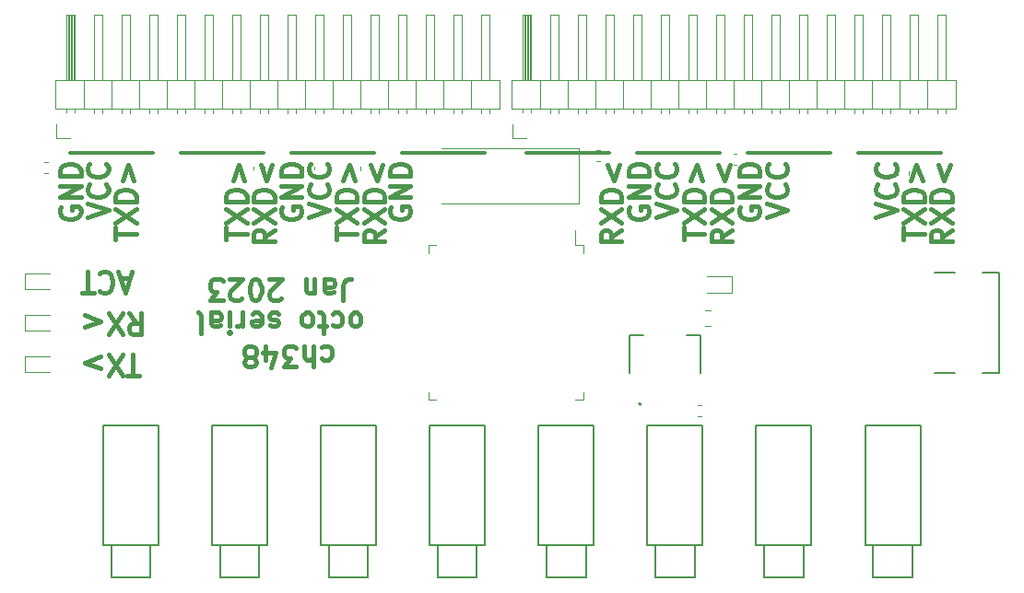
<source format=gto>
G04 #@! TF.GenerationSoftware,KiCad,Pcbnew,6.0.10-86aedd382b~118~ubuntu22.04.1*
G04 #@! TF.CreationDate,2023-01-22T16:27:42-08:00*
G04 #@! TF.ProjectId,ch348_octo_serial_minim,63683334-385f-46f6-9374-6f5f73657269,rev?*
G04 #@! TF.SameCoordinates,Original*
G04 #@! TF.FileFunction,Legend,Top*
G04 #@! TF.FilePolarity,Positive*
%FSLAX46Y46*%
G04 Gerber Fmt 4.6, Leading zero omitted, Abs format (unit mm)*
G04 Created by KiCad (PCBNEW 6.0.10-86aedd382b~118~ubuntu22.04.1) date 2023-01-22 16:27:42*
%MOMM*%
%LPD*%
G01*
G04 APERTURE LIST*
%ADD10C,0.300000*%
%ADD11C,0.400000*%
%ADD12C,0.120000*%
%ADD13C,0.127000*%
%ADD14C,0.200000*%
%ADD15C,0.150000*%
G04 APERTURE END LIST*
D10*
X135255000Y-68200000D02*
X142875000Y-68200000D01*
X93345000Y-68200000D02*
X100965000Y-68200000D01*
X103505000Y-68200000D02*
X111125000Y-68200000D01*
X73025000Y-68200000D02*
X80645000Y-68200000D01*
X145415000Y-68200000D02*
X153035000Y-68200000D01*
X83185000Y-68200000D02*
X90805000Y-68200000D01*
X114935000Y-68200000D02*
X122555000Y-68200000D01*
X125095000Y-68200000D02*
X132715000Y-68200000D01*
D11*
X97463273Y-76188571D02*
X97463273Y-75102857D01*
X99363273Y-75645714D02*
X97463273Y-75645714D01*
X97463273Y-74650476D02*
X99363273Y-73383809D01*
X97463273Y-73383809D02*
X99363273Y-74650476D01*
X99363273Y-72660000D02*
X97463273Y-72660000D01*
X97463273Y-72207619D01*
X97553750Y-71936190D01*
X97734702Y-71755238D01*
X97915654Y-71664761D01*
X98277559Y-71574285D01*
X98548988Y-71574285D01*
X98910892Y-71664761D01*
X99091845Y-71755238D01*
X99272797Y-71936190D01*
X99363273Y-72207619D01*
X99363273Y-72660000D01*
X98096607Y-70760000D02*
X98639464Y-69312380D01*
X99182321Y-70760000D01*
X78534285Y-79693333D02*
X77629523Y-79693333D01*
X78715238Y-79150476D02*
X78081904Y-81050476D01*
X77448571Y-79150476D01*
X75729523Y-79331428D02*
X75820000Y-79240952D01*
X76091428Y-79150476D01*
X76272380Y-79150476D01*
X76543809Y-79240952D01*
X76724761Y-79421904D01*
X76815238Y-79602857D01*
X76905714Y-79964761D01*
X76905714Y-80236190D01*
X76815238Y-80598095D01*
X76724761Y-80779047D01*
X76543809Y-80960000D01*
X76272380Y-81050476D01*
X76091428Y-81050476D01*
X75820000Y-80960000D01*
X75729523Y-80869523D01*
X75186666Y-81050476D02*
X74100952Y-81050476D01*
X74643809Y-79150476D02*
X74643809Y-81050476D01*
X136992023Y-74107619D02*
X138892023Y-73474285D01*
X136992023Y-72840952D01*
X138711071Y-71121904D02*
X138801547Y-71212380D01*
X138892023Y-71483809D01*
X138892023Y-71664761D01*
X138801547Y-71936190D01*
X138620595Y-72117142D01*
X138439642Y-72207619D01*
X138077738Y-72298095D01*
X137806309Y-72298095D01*
X137444404Y-72207619D01*
X137263452Y-72117142D01*
X137082500Y-71936190D01*
X136992023Y-71664761D01*
X136992023Y-71483809D01*
X137082500Y-71212380D01*
X137172976Y-71121904D01*
X138711071Y-69221904D02*
X138801547Y-69312380D01*
X138892023Y-69583809D01*
X138892023Y-69764761D01*
X138801547Y-70036190D01*
X138620595Y-70217142D01*
X138439642Y-70307619D01*
X138077738Y-70398095D01*
X137806309Y-70398095D01*
X137444404Y-70307619D01*
X137263452Y-70217142D01*
X137082500Y-70036190D01*
X136992023Y-69764761D01*
X136992023Y-69583809D01*
X137082500Y-69312380D01*
X137172976Y-69221904D01*
X96145238Y-86039952D02*
X96326190Y-85949476D01*
X96688095Y-85949476D01*
X96869047Y-86039952D01*
X96959523Y-86130428D01*
X97050000Y-86311380D01*
X97050000Y-86854238D01*
X96959523Y-87035190D01*
X96869047Y-87125666D01*
X96688095Y-87216142D01*
X96326190Y-87216142D01*
X96145238Y-87125666D01*
X95330952Y-85949476D02*
X95330952Y-87849476D01*
X94516666Y-85949476D02*
X94516666Y-86944714D01*
X94607142Y-87125666D01*
X94788095Y-87216142D01*
X95059523Y-87216142D01*
X95240476Y-87125666D01*
X95330952Y-87035190D01*
X93792857Y-87849476D02*
X92616666Y-87849476D01*
X93250000Y-87125666D01*
X92978571Y-87125666D01*
X92797619Y-87035190D01*
X92707142Y-86944714D01*
X92616666Y-86763761D01*
X92616666Y-86311380D01*
X92707142Y-86130428D01*
X92797619Y-86039952D01*
X92978571Y-85949476D01*
X93521428Y-85949476D01*
X93702380Y-86039952D01*
X93792857Y-86130428D01*
X90988095Y-87216142D02*
X90988095Y-85949476D01*
X91440476Y-87939952D02*
X91892857Y-86582809D01*
X90716666Y-86582809D01*
X89721428Y-87035190D02*
X89902380Y-87125666D01*
X89992857Y-87216142D01*
X90083333Y-87397095D01*
X90083333Y-87487571D01*
X89992857Y-87668523D01*
X89902380Y-87759000D01*
X89721428Y-87849476D01*
X89359523Y-87849476D01*
X89178571Y-87759000D01*
X89088095Y-87668523D01*
X88997619Y-87487571D01*
X88997619Y-87397095D01*
X89088095Y-87216142D01*
X89178571Y-87125666D01*
X89359523Y-87035190D01*
X89721428Y-87035190D01*
X89902380Y-86944714D01*
X89992857Y-86854238D01*
X90083333Y-86673285D01*
X90083333Y-86311380D01*
X89992857Y-86130428D01*
X89902380Y-86039952D01*
X89721428Y-85949476D01*
X89359523Y-85949476D01*
X89178571Y-86039952D01*
X89088095Y-86130428D01*
X88997619Y-86311380D01*
X88997619Y-86673285D01*
X89088095Y-86854238D01*
X89178571Y-86944714D01*
X89359523Y-87035190D01*
X99357142Y-82890476D02*
X99538095Y-82980952D01*
X99628571Y-83071428D01*
X99719047Y-83252380D01*
X99719047Y-83795238D01*
X99628571Y-83976190D01*
X99538095Y-84066666D01*
X99357142Y-84157142D01*
X99085714Y-84157142D01*
X98904761Y-84066666D01*
X98814285Y-83976190D01*
X98723809Y-83795238D01*
X98723809Y-83252380D01*
X98814285Y-83071428D01*
X98904761Y-82980952D01*
X99085714Y-82890476D01*
X99357142Y-82890476D01*
X97095238Y-82980952D02*
X97276190Y-82890476D01*
X97638095Y-82890476D01*
X97819047Y-82980952D01*
X97909523Y-83071428D01*
X98000000Y-83252380D01*
X98000000Y-83795238D01*
X97909523Y-83976190D01*
X97819047Y-84066666D01*
X97638095Y-84157142D01*
X97276190Y-84157142D01*
X97095238Y-84066666D01*
X96552380Y-84157142D02*
X95828571Y-84157142D01*
X96280952Y-84790476D02*
X96280952Y-83161904D01*
X96190476Y-82980952D01*
X96009523Y-82890476D01*
X95828571Y-82890476D01*
X94923809Y-82890476D02*
X95104761Y-82980952D01*
X95195238Y-83071428D01*
X95285714Y-83252380D01*
X95285714Y-83795238D01*
X95195238Y-83976190D01*
X95104761Y-84066666D01*
X94923809Y-84157142D01*
X94652380Y-84157142D01*
X94471428Y-84066666D01*
X94380952Y-83976190D01*
X94290476Y-83795238D01*
X94290476Y-83252380D01*
X94380952Y-83071428D01*
X94471428Y-82980952D01*
X94652380Y-82890476D01*
X94923809Y-82890476D01*
X92119047Y-82980952D02*
X91938095Y-82890476D01*
X91576190Y-82890476D01*
X91395238Y-82980952D01*
X91304761Y-83161904D01*
X91304761Y-83252380D01*
X91395238Y-83433333D01*
X91576190Y-83523809D01*
X91847619Y-83523809D01*
X92028571Y-83614285D01*
X92119047Y-83795238D01*
X92119047Y-83885714D01*
X92028571Y-84066666D01*
X91847619Y-84157142D01*
X91576190Y-84157142D01*
X91395238Y-84066666D01*
X89766666Y-82980952D02*
X89947619Y-82890476D01*
X90309523Y-82890476D01*
X90490476Y-82980952D01*
X90580952Y-83161904D01*
X90580952Y-83885714D01*
X90490476Y-84066666D01*
X90309523Y-84157142D01*
X89947619Y-84157142D01*
X89766666Y-84066666D01*
X89676190Y-83885714D01*
X89676190Y-83704761D01*
X90580952Y-83523809D01*
X88861904Y-82890476D02*
X88861904Y-84157142D01*
X88861904Y-83795238D02*
X88771428Y-83976190D01*
X88680952Y-84066666D01*
X88500000Y-84157142D01*
X88319047Y-84157142D01*
X87685714Y-82890476D02*
X87685714Y-84157142D01*
X87685714Y-84790476D02*
X87776190Y-84700000D01*
X87685714Y-84609523D01*
X87595238Y-84700000D01*
X87685714Y-84790476D01*
X87685714Y-84609523D01*
X85966666Y-82890476D02*
X85966666Y-83885714D01*
X86057142Y-84066666D01*
X86238095Y-84157142D01*
X86600000Y-84157142D01*
X86780952Y-84066666D01*
X85966666Y-82980952D02*
X86147619Y-82890476D01*
X86600000Y-82890476D01*
X86780952Y-82980952D01*
X86871428Y-83161904D01*
X86871428Y-83342857D01*
X86780952Y-83523809D01*
X86600000Y-83614285D01*
X86147619Y-83614285D01*
X85966666Y-83704761D01*
X84790476Y-82890476D02*
X84971428Y-82980952D01*
X85061904Y-83161904D01*
X85061904Y-84790476D01*
X98090476Y-81731476D02*
X98090476Y-80374333D01*
X98180952Y-80102904D01*
X98361904Y-79921952D01*
X98633333Y-79831476D01*
X98814285Y-79831476D01*
X96371428Y-79831476D02*
X96371428Y-80826714D01*
X96461904Y-81007666D01*
X96642857Y-81098142D01*
X97004761Y-81098142D01*
X97185714Y-81007666D01*
X96371428Y-79921952D02*
X96552380Y-79831476D01*
X97004761Y-79831476D01*
X97185714Y-79921952D01*
X97276190Y-80102904D01*
X97276190Y-80283857D01*
X97185714Y-80464809D01*
X97004761Y-80555285D01*
X96552380Y-80555285D01*
X96371428Y-80645761D01*
X95466666Y-81098142D02*
X95466666Y-79831476D01*
X95466666Y-80917190D02*
X95376190Y-81007666D01*
X95195238Y-81098142D01*
X94923809Y-81098142D01*
X94742857Y-81007666D01*
X94652380Y-80826714D01*
X94652380Y-79831476D01*
X92390476Y-81550523D02*
X92300000Y-81641000D01*
X92119047Y-81731476D01*
X91666666Y-81731476D01*
X91485714Y-81641000D01*
X91395238Y-81550523D01*
X91304761Y-81369571D01*
X91304761Y-81188619D01*
X91395238Y-80917190D01*
X92480952Y-79831476D01*
X91304761Y-79831476D01*
X90128571Y-81731476D02*
X89947619Y-81731476D01*
X89766666Y-81641000D01*
X89676190Y-81550523D01*
X89585714Y-81369571D01*
X89495238Y-81007666D01*
X89495238Y-80555285D01*
X89585714Y-80193380D01*
X89676190Y-80012428D01*
X89766666Y-79921952D01*
X89947619Y-79831476D01*
X90128571Y-79831476D01*
X90309523Y-79921952D01*
X90400000Y-80012428D01*
X90490476Y-80193380D01*
X90580952Y-80555285D01*
X90580952Y-81007666D01*
X90490476Y-81369571D01*
X90400000Y-81550523D01*
X90309523Y-81641000D01*
X90128571Y-81731476D01*
X88771428Y-81550523D02*
X88680952Y-81641000D01*
X88500000Y-81731476D01*
X88047619Y-81731476D01*
X87866666Y-81641000D01*
X87776190Y-81550523D01*
X87685714Y-81369571D01*
X87685714Y-81188619D01*
X87776190Y-80917190D01*
X88861904Y-79831476D01*
X87685714Y-79831476D01*
X87052380Y-81731476D02*
X85876190Y-81731476D01*
X86509523Y-81007666D01*
X86238095Y-81007666D01*
X86057142Y-80917190D01*
X85966666Y-80826714D01*
X85876190Y-80645761D01*
X85876190Y-80193380D01*
X85966666Y-80012428D01*
X86057142Y-79921952D01*
X86238095Y-79831476D01*
X86780952Y-79831476D01*
X86961904Y-79921952D01*
X87052380Y-80012428D01*
X77163273Y-76188571D02*
X77163273Y-75102857D01*
X79063273Y-75645714D02*
X77163273Y-75645714D01*
X77163273Y-74650476D02*
X79063273Y-73383809D01*
X77163273Y-73383809D02*
X79063273Y-74650476D01*
X79063273Y-72660000D02*
X77163273Y-72660000D01*
X77163273Y-72207619D01*
X77253750Y-71936190D01*
X77434702Y-71755238D01*
X77615654Y-71664761D01*
X77977559Y-71574285D01*
X78248988Y-71574285D01*
X78610892Y-71664761D01*
X78791845Y-71755238D01*
X78972797Y-71936190D01*
X79063273Y-72207619D01*
X79063273Y-72660000D01*
X77796607Y-70760000D02*
X78339464Y-69312380D01*
X78882321Y-70760000D01*
X124382500Y-73202857D02*
X124292023Y-73383809D01*
X124292023Y-73655238D01*
X124382500Y-73926666D01*
X124563452Y-74107619D01*
X124744404Y-74198095D01*
X125106309Y-74288571D01*
X125377738Y-74288571D01*
X125739642Y-74198095D01*
X125920595Y-74107619D01*
X126101547Y-73926666D01*
X126192023Y-73655238D01*
X126192023Y-73474285D01*
X126101547Y-73202857D01*
X126011071Y-73112380D01*
X125377738Y-73112380D01*
X125377738Y-73474285D01*
X126192023Y-72298095D02*
X124292023Y-72298095D01*
X126192023Y-71212380D01*
X124292023Y-71212380D01*
X126192023Y-70307619D02*
X124292023Y-70307619D01*
X124292023Y-69855238D01*
X124382500Y-69583809D01*
X124563452Y-69402857D01*
X124744404Y-69312380D01*
X125106309Y-69221904D01*
X125377738Y-69221904D01*
X125739642Y-69312380D01*
X125920595Y-69402857D01*
X126101547Y-69583809D01*
X126192023Y-69855238D01*
X126192023Y-70307619D01*
X72173750Y-73202857D02*
X72083273Y-73383809D01*
X72083273Y-73655238D01*
X72173750Y-73926666D01*
X72354702Y-74107619D01*
X72535654Y-74198095D01*
X72897559Y-74288571D01*
X73168988Y-74288571D01*
X73530892Y-74198095D01*
X73711845Y-74107619D01*
X73892797Y-73926666D01*
X73983273Y-73655238D01*
X73983273Y-73474285D01*
X73892797Y-73202857D01*
X73802321Y-73112380D01*
X73168988Y-73112380D01*
X73168988Y-73474285D01*
X73983273Y-72298095D02*
X72083273Y-72298095D01*
X73983273Y-71212380D01*
X72083273Y-71212380D01*
X73983273Y-70307619D02*
X72083273Y-70307619D01*
X72083273Y-69855238D01*
X72173750Y-69583809D01*
X72354702Y-69402857D01*
X72535654Y-69312380D01*
X72897559Y-69221904D01*
X73168988Y-69221904D01*
X73530892Y-69312380D01*
X73711845Y-69402857D01*
X73892797Y-69583809D01*
X73983273Y-69855238D01*
X73983273Y-70307619D01*
X94923273Y-74107619D02*
X96823273Y-73474285D01*
X94923273Y-72840952D01*
X96642321Y-71121904D02*
X96732797Y-71212380D01*
X96823273Y-71483809D01*
X96823273Y-71664761D01*
X96732797Y-71936190D01*
X96551845Y-72117142D01*
X96370892Y-72207619D01*
X96008988Y-72298095D01*
X95737559Y-72298095D01*
X95375654Y-72207619D01*
X95194702Y-72117142D01*
X95013750Y-71936190D01*
X94923273Y-71664761D01*
X94923273Y-71483809D01*
X95013750Y-71212380D01*
X95104226Y-71121904D01*
X96642321Y-69221904D02*
X96732797Y-69312380D01*
X96823273Y-69583809D01*
X96823273Y-69764761D01*
X96732797Y-70036190D01*
X96551845Y-70217142D01*
X96370892Y-70307619D01*
X96008988Y-70398095D01*
X95737559Y-70398095D01*
X95375654Y-70307619D01*
X95194702Y-70217142D01*
X95013750Y-70036190D01*
X94923273Y-69764761D01*
X94923273Y-69583809D01*
X95013750Y-69312380D01*
X95104226Y-69221904D01*
X74623273Y-74107619D02*
X76523273Y-73474285D01*
X74623273Y-72840952D01*
X76342321Y-71121904D02*
X76432797Y-71212380D01*
X76523273Y-71483809D01*
X76523273Y-71664761D01*
X76432797Y-71936190D01*
X76251845Y-72117142D01*
X76070892Y-72207619D01*
X75708988Y-72298095D01*
X75437559Y-72298095D01*
X75075654Y-72207619D01*
X74894702Y-72117142D01*
X74713750Y-71936190D01*
X74623273Y-71664761D01*
X74623273Y-71483809D01*
X74713750Y-71212380D01*
X74804226Y-71121904D01*
X76342321Y-69221904D02*
X76432797Y-69312380D01*
X76523273Y-69583809D01*
X76523273Y-69764761D01*
X76432797Y-70036190D01*
X76251845Y-70217142D01*
X76070892Y-70307619D01*
X75708988Y-70398095D01*
X75437559Y-70398095D01*
X75075654Y-70307619D01*
X74894702Y-70217142D01*
X74713750Y-70036190D01*
X74623273Y-69764761D01*
X74623273Y-69583809D01*
X74713750Y-69312380D01*
X74804226Y-69221904D01*
X134542500Y-73202857D02*
X134452023Y-73383809D01*
X134452023Y-73655238D01*
X134542500Y-73926666D01*
X134723452Y-74107619D01*
X134904404Y-74198095D01*
X135266309Y-74288571D01*
X135537738Y-74288571D01*
X135899642Y-74198095D01*
X136080595Y-74107619D01*
X136261547Y-73926666D01*
X136352023Y-73655238D01*
X136352023Y-73474285D01*
X136261547Y-73202857D01*
X136171071Y-73112380D01*
X135537738Y-73112380D01*
X135537738Y-73474285D01*
X136352023Y-72298095D02*
X134452023Y-72298095D01*
X136352023Y-71212380D01*
X134452023Y-71212380D01*
X136352023Y-70307619D02*
X134452023Y-70307619D01*
X134452023Y-69855238D01*
X134542500Y-69583809D01*
X134723452Y-69402857D01*
X134904404Y-69312380D01*
X135266309Y-69221904D01*
X135537738Y-69221904D01*
X135899642Y-69312380D01*
X136080595Y-69402857D01*
X136261547Y-69583809D01*
X136352023Y-69855238D01*
X136352023Y-70307619D01*
X149572023Y-76188571D02*
X149572023Y-75102857D01*
X151472023Y-75645714D02*
X149572023Y-75645714D01*
X149572023Y-74650476D02*
X151472023Y-73383809D01*
X149572023Y-73383809D02*
X151472023Y-74650476D01*
X151472023Y-72660000D02*
X149572023Y-72660000D01*
X149572023Y-72207619D01*
X149662500Y-71936190D01*
X149843452Y-71755238D01*
X150024404Y-71664761D01*
X150386309Y-71574285D01*
X150657738Y-71574285D01*
X151019642Y-71664761D01*
X151200595Y-71755238D01*
X151381547Y-71936190D01*
X151472023Y-72207619D01*
X151472023Y-72660000D01*
X150205357Y-70760000D02*
X150748214Y-69312380D01*
X151291071Y-70760000D01*
X78443809Y-82960476D02*
X79077142Y-83865238D01*
X79529523Y-82960476D02*
X79529523Y-84860476D01*
X78805714Y-84860476D01*
X78624761Y-84770000D01*
X78534285Y-84679523D01*
X78443809Y-84498571D01*
X78443809Y-84227142D01*
X78534285Y-84046190D01*
X78624761Y-83955714D01*
X78805714Y-83865238D01*
X79529523Y-83865238D01*
X77810476Y-84860476D02*
X76543809Y-82960476D01*
X76543809Y-84860476D02*
X77810476Y-82960476D01*
X74372380Y-84227142D02*
X75820000Y-83684285D01*
X74372380Y-83141428D01*
X79348571Y-88670476D02*
X78262857Y-88670476D01*
X78805714Y-86770476D02*
X78805714Y-88670476D01*
X77810476Y-88670476D02*
X76543809Y-86770476D01*
X76543809Y-88670476D02*
X77810476Y-86770476D01*
X75820000Y-88037142D02*
X74372380Y-87494285D01*
X75820000Y-86951428D01*
X154012023Y-75283809D02*
X153107261Y-75917142D01*
X154012023Y-76369523D02*
X152112023Y-76369523D01*
X152112023Y-75645714D01*
X152202500Y-75464761D01*
X152292976Y-75374285D01*
X152473928Y-75283809D01*
X152745357Y-75283809D01*
X152926309Y-75374285D01*
X153016785Y-75464761D01*
X153107261Y-75645714D01*
X153107261Y-76369523D01*
X152112023Y-74650476D02*
X154012023Y-73383809D01*
X152112023Y-73383809D02*
X154012023Y-74650476D01*
X154012023Y-72660000D02*
X152112023Y-72660000D01*
X152112023Y-72207619D01*
X152202500Y-71936190D01*
X152383452Y-71755238D01*
X152564404Y-71664761D01*
X152926309Y-71574285D01*
X153197738Y-71574285D01*
X153559642Y-71664761D01*
X153740595Y-71755238D01*
X153921547Y-71936190D01*
X154012023Y-72207619D01*
X154012023Y-72660000D01*
X152745357Y-69312380D02*
X153288214Y-70760000D01*
X153831071Y-69312380D01*
X101903273Y-75283809D02*
X100998511Y-75917142D01*
X101903273Y-76369523D02*
X100003273Y-76369523D01*
X100003273Y-75645714D01*
X100093750Y-75464761D01*
X100184226Y-75374285D01*
X100365178Y-75283809D01*
X100636607Y-75283809D01*
X100817559Y-75374285D01*
X100908035Y-75464761D01*
X100998511Y-75645714D01*
X100998511Y-76369523D01*
X100003273Y-74650476D02*
X101903273Y-73383809D01*
X100003273Y-73383809D02*
X101903273Y-74650476D01*
X101903273Y-72660000D02*
X100003273Y-72660000D01*
X100003273Y-72207619D01*
X100093750Y-71936190D01*
X100274702Y-71755238D01*
X100455654Y-71664761D01*
X100817559Y-71574285D01*
X101088988Y-71574285D01*
X101450892Y-71664761D01*
X101631845Y-71755238D01*
X101812797Y-71936190D01*
X101903273Y-72207619D01*
X101903273Y-72660000D01*
X100636607Y-69312380D02*
X101179464Y-70760000D01*
X101722321Y-69312380D01*
X91763273Y-75283809D02*
X90858511Y-75917142D01*
X91763273Y-76369523D02*
X89863273Y-76369523D01*
X89863273Y-75645714D01*
X89953750Y-75464761D01*
X90044226Y-75374285D01*
X90225178Y-75283809D01*
X90496607Y-75283809D01*
X90677559Y-75374285D01*
X90768035Y-75464761D01*
X90858511Y-75645714D01*
X90858511Y-76369523D01*
X89863273Y-74650476D02*
X91763273Y-73383809D01*
X89863273Y-73383809D02*
X91763273Y-74650476D01*
X91763273Y-72660000D02*
X89863273Y-72660000D01*
X89863273Y-72207619D01*
X89953750Y-71936190D01*
X90134702Y-71755238D01*
X90315654Y-71664761D01*
X90677559Y-71574285D01*
X90948988Y-71574285D01*
X91310892Y-71664761D01*
X91491845Y-71755238D01*
X91672797Y-71936190D01*
X91763273Y-72207619D01*
X91763273Y-72660000D01*
X90496607Y-69312380D02*
X91039464Y-70760000D01*
X91582321Y-69312380D01*
X126832023Y-74107619D02*
X128732023Y-73474285D01*
X126832023Y-72840952D01*
X128551071Y-71121904D02*
X128641547Y-71212380D01*
X128732023Y-71483809D01*
X128732023Y-71664761D01*
X128641547Y-71936190D01*
X128460595Y-72117142D01*
X128279642Y-72207619D01*
X127917738Y-72298095D01*
X127646309Y-72298095D01*
X127284404Y-72207619D01*
X127103452Y-72117142D01*
X126922500Y-71936190D01*
X126832023Y-71664761D01*
X126832023Y-71483809D01*
X126922500Y-71212380D01*
X127012976Y-71121904D01*
X128551071Y-69221904D02*
X128641547Y-69312380D01*
X128732023Y-69583809D01*
X128732023Y-69764761D01*
X128641547Y-70036190D01*
X128460595Y-70217142D01*
X128279642Y-70307619D01*
X127917738Y-70398095D01*
X127646309Y-70398095D01*
X127284404Y-70307619D01*
X127103452Y-70217142D01*
X126922500Y-70036190D01*
X126832023Y-69764761D01*
X126832023Y-69583809D01*
X126922500Y-69312380D01*
X127012976Y-69221904D01*
X133812023Y-75283809D02*
X132907261Y-75917142D01*
X133812023Y-76369523D02*
X131912023Y-76369523D01*
X131912023Y-75645714D01*
X132002500Y-75464761D01*
X132092976Y-75374285D01*
X132273928Y-75283809D01*
X132545357Y-75283809D01*
X132726309Y-75374285D01*
X132816785Y-75464761D01*
X132907261Y-75645714D01*
X132907261Y-76369523D01*
X131912023Y-74650476D02*
X133812023Y-73383809D01*
X131912023Y-73383809D02*
X133812023Y-74650476D01*
X133812023Y-72660000D02*
X131912023Y-72660000D01*
X131912023Y-72207619D01*
X132002500Y-71936190D01*
X132183452Y-71755238D01*
X132364404Y-71664761D01*
X132726309Y-71574285D01*
X132997738Y-71574285D01*
X133359642Y-71664761D01*
X133540595Y-71755238D01*
X133721547Y-71936190D01*
X133812023Y-72207619D01*
X133812023Y-72660000D01*
X132545357Y-69312380D02*
X133088214Y-70760000D01*
X133631071Y-69312380D01*
X102475000Y-73202857D02*
X102384523Y-73383809D01*
X102384523Y-73655238D01*
X102475000Y-73926666D01*
X102655952Y-74107619D01*
X102836904Y-74198095D01*
X103198809Y-74288571D01*
X103470238Y-74288571D01*
X103832142Y-74198095D01*
X104013095Y-74107619D01*
X104194047Y-73926666D01*
X104284523Y-73655238D01*
X104284523Y-73474285D01*
X104194047Y-73202857D01*
X104103571Y-73112380D01*
X103470238Y-73112380D01*
X103470238Y-73474285D01*
X104284523Y-72298095D02*
X102384523Y-72298095D01*
X104284523Y-71212380D01*
X102384523Y-71212380D01*
X104284523Y-70307619D02*
X102384523Y-70307619D01*
X102384523Y-69855238D01*
X102475000Y-69583809D01*
X102655952Y-69402857D01*
X102836904Y-69312380D01*
X103198809Y-69221904D01*
X103470238Y-69221904D01*
X103832142Y-69312380D01*
X104013095Y-69402857D01*
X104194047Y-69583809D01*
X104284523Y-69855238D01*
X104284523Y-70307619D01*
X123652023Y-75283809D02*
X122747261Y-75917142D01*
X123652023Y-76369523D02*
X121752023Y-76369523D01*
X121752023Y-75645714D01*
X121842500Y-75464761D01*
X121932976Y-75374285D01*
X122113928Y-75283809D01*
X122385357Y-75283809D01*
X122566309Y-75374285D01*
X122656785Y-75464761D01*
X122747261Y-75645714D01*
X122747261Y-76369523D01*
X121752023Y-74650476D02*
X123652023Y-73383809D01*
X121752023Y-73383809D02*
X123652023Y-74650476D01*
X123652023Y-72660000D02*
X121752023Y-72660000D01*
X121752023Y-72207619D01*
X121842500Y-71936190D01*
X122023452Y-71755238D01*
X122204404Y-71664761D01*
X122566309Y-71574285D01*
X122837738Y-71574285D01*
X123199642Y-71664761D01*
X123380595Y-71755238D01*
X123561547Y-71936190D01*
X123652023Y-72207619D01*
X123652023Y-72660000D01*
X122385357Y-69312380D02*
X122928214Y-70760000D01*
X123471071Y-69312380D01*
X87323273Y-76188571D02*
X87323273Y-75102857D01*
X89223273Y-75645714D02*
X87323273Y-75645714D01*
X87323273Y-74650476D02*
X89223273Y-73383809D01*
X87323273Y-73383809D02*
X89223273Y-74650476D01*
X89223273Y-72660000D02*
X87323273Y-72660000D01*
X87323273Y-72207619D01*
X87413750Y-71936190D01*
X87594702Y-71755238D01*
X87775654Y-71664761D01*
X88137559Y-71574285D01*
X88408988Y-71574285D01*
X88770892Y-71664761D01*
X88951845Y-71755238D01*
X89132797Y-71936190D01*
X89223273Y-72207619D01*
X89223273Y-72660000D01*
X87956607Y-70760000D02*
X88499464Y-69312380D01*
X89042321Y-70760000D01*
X129372023Y-76188571D02*
X129372023Y-75102857D01*
X131272023Y-75645714D02*
X129372023Y-75645714D01*
X129372023Y-74650476D02*
X131272023Y-73383809D01*
X129372023Y-73383809D02*
X131272023Y-74650476D01*
X131272023Y-72660000D02*
X129372023Y-72660000D01*
X129372023Y-72207619D01*
X129462500Y-71936190D01*
X129643452Y-71755238D01*
X129824404Y-71664761D01*
X130186309Y-71574285D01*
X130457738Y-71574285D01*
X130819642Y-71664761D01*
X131000595Y-71755238D01*
X131181547Y-71936190D01*
X131272023Y-72207619D01*
X131272023Y-72660000D01*
X130005357Y-70760000D02*
X130548214Y-69312380D01*
X131091071Y-70760000D01*
X92473750Y-73202857D02*
X92383273Y-73383809D01*
X92383273Y-73655238D01*
X92473750Y-73926666D01*
X92654702Y-74107619D01*
X92835654Y-74198095D01*
X93197559Y-74288571D01*
X93468988Y-74288571D01*
X93830892Y-74198095D01*
X94011845Y-74107619D01*
X94192797Y-73926666D01*
X94283273Y-73655238D01*
X94283273Y-73474285D01*
X94192797Y-73202857D01*
X94102321Y-73112380D01*
X93468988Y-73112380D01*
X93468988Y-73474285D01*
X94283273Y-72298095D02*
X92383273Y-72298095D01*
X94283273Y-71212380D01*
X92383273Y-71212380D01*
X94283273Y-70307619D02*
X92383273Y-70307619D01*
X92383273Y-69855238D01*
X92473750Y-69583809D01*
X92654702Y-69402857D01*
X92835654Y-69312380D01*
X93197559Y-69221904D01*
X93468988Y-69221904D01*
X93830892Y-69312380D01*
X94011845Y-69402857D01*
X94192797Y-69583809D01*
X94283273Y-69855238D01*
X94283273Y-70307619D01*
X147032023Y-74107619D02*
X148932023Y-73474285D01*
X147032023Y-72840952D01*
X148751071Y-71121904D02*
X148841547Y-71212380D01*
X148932023Y-71483809D01*
X148932023Y-71664761D01*
X148841547Y-71936190D01*
X148660595Y-72117142D01*
X148479642Y-72207619D01*
X148117738Y-72298095D01*
X147846309Y-72298095D01*
X147484404Y-72207619D01*
X147303452Y-72117142D01*
X147122500Y-71936190D01*
X147032023Y-71664761D01*
X147032023Y-71483809D01*
X147122500Y-71212380D01*
X147212976Y-71121904D01*
X148751071Y-69221904D02*
X148841547Y-69312380D01*
X148932023Y-69583809D01*
X148932023Y-69764761D01*
X148841547Y-70036190D01*
X148660595Y-70217142D01*
X148479642Y-70307619D01*
X148117738Y-70398095D01*
X147846309Y-70398095D01*
X147484404Y-70307619D01*
X147303452Y-70217142D01*
X147122500Y-70036190D01*
X147032023Y-69764761D01*
X147032023Y-69583809D01*
X147122500Y-69312380D01*
X147212976Y-69221904D01*
D12*
G04 #@! TO.C,J22*
X82805000Y-55500000D02*
X83565000Y-55500000D01*
X71755000Y-66870000D02*
X71755000Y-65600000D01*
X110745000Y-64557071D02*
X110745000Y-64160000D01*
X80265000Y-61500000D02*
X80265000Y-55500000D01*
X107315000Y-64160000D02*
X107315000Y-61500000D01*
X94615000Y-64160000D02*
X94615000Y-61500000D01*
X82805000Y-64557071D02*
X82805000Y-64160000D01*
X92965000Y-55500000D02*
X93725000Y-55500000D01*
X98045000Y-61500000D02*
X98045000Y-55500000D01*
X91185000Y-55500000D02*
X91185000Y-61500000D01*
X82805000Y-61500000D02*
X82805000Y-55500000D01*
X105665000Y-64557071D02*
X105665000Y-64160000D01*
X111505000Y-55500000D02*
X111505000Y-61500000D01*
X101345000Y-64557071D02*
X101345000Y-64160000D01*
X93725000Y-64557071D02*
X93725000Y-64160000D01*
X80265000Y-64557071D02*
X80265000Y-64160000D01*
X87885000Y-64557071D02*
X87885000Y-64160000D01*
X86105000Y-64557071D02*
X86105000Y-64160000D01*
X77725000Y-61500000D02*
X77725000Y-55500000D01*
X83565000Y-55500000D02*
X83565000Y-61500000D01*
X73065000Y-61500000D02*
X73065000Y-55500000D01*
X109855000Y-64160000D02*
X109855000Y-61500000D01*
X72825000Y-61500000D02*
X72825000Y-55500000D01*
X87885000Y-55500000D02*
X88645000Y-55500000D01*
X71695000Y-61500000D02*
X71695000Y-64160000D01*
X103125000Y-55500000D02*
X103885000Y-55500000D01*
X73405000Y-64490000D02*
X73405000Y-64160000D01*
X71695000Y-64160000D02*
X112455000Y-64160000D01*
X85345000Y-61500000D02*
X85345000Y-55500000D01*
X90425000Y-61500000D02*
X90425000Y-55500000D01*
X102235000Y-64160000D02*
X102235000Y-61500000D01*
X74295000Y-64160000D02*
X74295000Y-61500000D01*
X112455000Y-64160000D02*
X112455000Y-61500000D01*
X78485000Y-55500000D02*
X78485000Y-61500000D01*
X105665000Y-61500000D02*
X105665000Y-55500000D01*
X92965000Y-64557071D02*
X92965000Y-64160000D01*
X92075000Y-64160000D02*
X92075000Y-61500000D01*
X86105000Y-55500000D02*
X86105000Y-61500000D01*
X90425000Y-55500000D02*
X91185000Y-55500000D01*
X73405000Y-55500000D02*
X73405000Y-61500000D01*
X75945000Y-55500000D02*
X75945000Y-61500000D01*
X103885000Y-64557071D02*
X103885000Y-64160000D01*
X72645000Y-55500000D02*
X73405000Y-55500000D01*
X98805000Y-64557071D02*
X98805000Y-64160000D01*
X81025000Y-64557071D02*
X81025000Y-64160000D01*
X88645000Y-64557071D02*
X88645000Y-64160000D01*
X90425000Y-64557071D02*
X90425000Y-64160000D01*
X103885000Y-55500000D02*
X103885000Y-61500000D01*
X79375000Y-64160000D02*
X79375000Y-61500000D01*
X75185000Y-64557071D02*
X75185000Y-64160000D01*
X103125000Y-64557071D02*
X103125000Y-64160000D01*
X98805000Y-55500000D02*
X98805000Y-61500000D01*
X97155000Y-64160000D02*
X97155000Y-61500000D01*
X86995000Y-64160000D02*
X86995000Y-61500000D01*
X91185000Y-64557071D02*
X91185000Y-64160000D01*
X105665000Y-55500000D02*
X106425000Y-55500000D01*
X92965000Y-61500000D02*
X92965000Y-55500000D01*
X108965000Y-55500000D02*
X108965000Y-61500000D01*
X96265000Y-64557071D02*
X96265000Y-64160000D01*
X100585000Y-55500000D02*
X101345000Y-55500000D01*
X112455000Y-61500000D02*
X71695000Y-61500000D01*
X89535000Y-64160000D02*
X89535000Y-61500000D01*
X106425000Y-64557071D02*
X106425000Y-64160000D01*
X75185000Y-61500000D02*
X75185000Y-55500000D01*
X81915000Y-64160000D02*
X81915000Y-61500000D01*
X78485000Y-64557071D02*
X78485000Y-64160000D01*
X98045000Y-64557071D02*
X98045000Y-64160000D01*
X99695000Y-64160000D02*
X99695000Y-61500000D01*
X76835000Y-64160000D02*
X76835000Y-61500000D01*
X77725000Y-64557071D02*
X77725000Y-64160000D01*
X75185000Y-55500000D02*
X75945000Y-55500000D01*
X80265000Y-55500000D02*
X81025000Y-55500000D01*
X110745000Y-61500000D02*
X110745000Y-55500000D01*
X103125000Y-61500000D02*
X103125000Y-55500000D01*
X84455000Y-64160000D02*
X84455000Y-61500000D01*
X100585000Y-64557071D02*
X100585000Y-64160000D01*
X106425000Y-55500000D02*
X106425000Y-61500000D01*
X93725000Y-55500000D02*
X93725000Y-61500000D01*
X111505000Y-64557071D02*
X111505000Y-64160000D01*
X83565000Y-64557071D02*
X83565000Y-64160000D01*
X88645000Y-55500000D02*
X88645000Y-61500000D01*
X73025000Y-66870000D02*
X71755000Y-66870000D01*
X72705000Y-61500000D02*
X72705000Y-55500000D01*
X95505000Y-64557071D02*
X95505000Y-64160000D01*
X72945000Y-61500000D02*
X72945000Y-55500000D01*
X96265000Y-55500000D02*
X96265000Y-61500000D01*
X72645000Y-64490000D02*
X72645000Y-64160000D01*
X98045000Y-55500000D02*
X98805000Y-55500000D01*
X101345000Y-55500000D02*
X101345000Y-61500000D01*
X104775000Y-64160000D02*
X104775000Y-61500000D01*
X85345000Y-64557071D02*
X85345000Y-64160000D01*
X108205000Y-55500000D02*
X108965000Y-55500000D01*
X75945000Y-64557071D02*
X75945000Y-64160000D01*
X108205000Y-64557071D02*
X108205000Y-64160000D01*
X108965000Y-64557071D02*
X108965000Y-64160000D01*
X110745000Y-55500000D02*
X111505000Y-55500000D01*
X87885000Y-61500000D02*
X87885000Y-55500000D01*
X95505000Y-61500000D02*
X95505000Y-55500000D01*
X73185000Y-61500000D02*
X73185000Y-55500000D01*
X108205000Y-61500000D02*
X108205000Y-55500000D01*
X85345000Y-55500000D02*
X86105000Y-55500000D01*
X77725000Y-55500000D02*
X78485000Y-55500000D01*
X100585000Y-61500000D02*
X100585000Y-55500000D01*
X81025000Y-55500000D02*
X81025000Y-61500000D01*
X72645000Y-61500000D02*
X72645000Y-55500000D01*
X73305000Y-61500000D02*
X73305000Y-55500000D01*
X95505000Y-55500000D02*
X96265000Y-55500000D01*
G04 #@! TO.C,J23*
X124715000Y-55500000D02*
X125475000Y-55500000D01*
X113665000Y-66870000D02*
X113665000Y-65600000D01*
X152655000Y-64557071D02*
X152655000Y-64160000D01*
X122175000Y-61500000D02*
X122175000Y-55500000D01*
X149225000Y-64160000D02*
X149225000Y-61500000D01*
X136525000Y-64160000D02*
X136525000Y-61500000D01*
X124715000Y-64557071D02*
X124715000Y-64160000D01*
X134875000Y-55500000D02*
X135635000Y-55500000D01*
X139955000Y-61500000D02*
X139955000Y-55500000D01*
X133095000Y-55500000D02*
X133095000Y-61500000D01*
X124715000Y-61500000D02*
X124715000Y-55500000D01*
X147575000Y-64557071D02*
X147575000Y-64160000D01*
X153415000Y-55500000D02*
X153415000Y-61500000D01*
X143255000Y-64557071D02*
X143255000Y-64160000D01*
X135635000Y-64557071D02*
X135635000Y-64160000D01*
X122175000Y-64557071D02*
X122175000Y-64160000D01*
X129795000Y-64557071D02*
X129795000Y-64160000D01*
X128015000Y-64557071D02*
X128015000Y-64160000D01*
X119635000Y-61500000D02*
X119635000Y-55500000D01*
X125475000Y-55500000D02*
X125475000Y-61500000D01*
X114975000Y-61500000D02*
X114975000Y-55500000D01*
X151765000Y-64160000D02*
X151765000Y-61500000D01*
X114735000Y-61500000D02*
X114735000Y-55500000D01*
X129795000Y-55500000D02*
X130555000Y-55500000D01*
X113605000Y-61500000D02*
X113605000Y-64160000D01*
X145035000Y-55500000D02*
X145795000Y-55500000D01*
X115315000Y-64490000D02*
X115315000Y-64160000D01*
X113605000Y-64160000D02*
X154365000Y-64160000D01*
X127255000Y-61500000D02*
X127255000Y-55500000D01*
X132335000Y-61500000D02*
X132335000Y-55500000D01*
X144145000Y-64160000D02*
X144145000Y-61500000D01*
X116205000Y-64160000D02*
X116205000Y-61500000D01*
X154365000Y-64160000D02*
X154365000Y-61500000D01*
X120395000Y-55500000D02*
X120395000Y-61500000D01*
X147575000Y-61500000D02*
X147575000Y-55500000D01*
X134875000Y-64557071D02*
X134875000Y-64160000D01*
X133985000Y-64160000D02*
X133985000Y-61500000D01*
X128015000Y-55500000D02*
X128015000Y-61500000D01*
X132335000Y-55500000D02*
X133095000Y-55500000D01*
X115315000Y-55500000D02*
X115315000Y-61500000D01*
X117855000Y-55500000D02*
X117855000Y-61500000D01*
X145795000Y-64557071D02*
X145795000Y-64160000D01*
X114555000Y-55500000D02*
X115315000Y-55500000D01*
X140715000Y-64557071D02*
X140715000Y-64160000D01*
X122935000Y-64557071D02*
X122935000Y-64160000D01*
X130555000Y-64557071D02*
X130555000Y-64160000D01*
X132335000Y-64557071D02*
X132335000Y-64160000D01*
X145795000Y-55500000D02*
X145795000Y-61500000D01*
X121285000Y-64160000D02*
X121285000Y-61500000D01*
X117095000Y-64557071D02*
X117095000Y-64160000D01*
X145035000Y-64557071D02*
X145035000Y-64160000D01*
X140715000Y-55500000D02*
X140715000Y-61500000D01*
X139065000Y-64160000D02*
X139065000Y-61500000D01*
X128905000Y-64160000D02*
X128905000Y-61500000D01*
X133095000Y-64557071D02*
X133095000Y-64160000D01*
X147575000Y-55500000D02*
X148335000Y-55500000D01*
X134875000Y-61500000D02*
X134875000Y-55500000D01*
X150875000Y-55500000D02*
X150875000Y-61500000D01*
X138175000Y-64557071D02*
X138175000Y-64160000D01*
X142495000Y-55500000D02*
X143255000Y-55500000D01*
X154365000Y-61500000D02*
X113605000Y-61500000D01*
X131445000Y-64160000D02*
X131445000Y-61500000D01*
X148335000Y-64557071D02*
X148335000Y-64160000D01*
X117095000Y-61500000D02*
X117095000Y-55500000D01*
X123825000Y-64160000D02*
X123825000Y-61500000D01*
X120395000Y-64557071D02*
X120395000Y-64160000D01*
X139955000Y-64557071D02*
X139955000Y-64160000D01*
X141605000Y-64160000D02*
X141605000Y-61500000D01*
X118745000Y-64160000D02*
X118745000Y-61500000D01*
X119635000Y-64557071D02*
X119635000Y-64160000D01*
X117095000Y-55500000D02*
X117855000Y-55500000D01*
X122175000Y-55500000D02*
X122935000Y-55500000D01*
X152655000Y-61500000D02*
X152655000Y-55500000D01*
X145035000Y-61500000D02*
X145035000Y-55500000D01*
X126365000Y-64160000D02*
X126365000Y-61500000D01*
X142495000Y-64557071D02*
X142495000Y-64160000D01*
X148335000Y-55500000D02*
X148335000Y-61500000D01*
X135635000Y-55500000D02*
X135635000Y-61500000D01*
X153415000Y-64557071D02*
X153415000Y-64160000D01*
X125475000Y-64557071D02*
X125475000Y-64160000D01*
X130555000Y-55500000D02*
X130555000Y-61500000D01*
X114935000Y-66870000D02*
X113665000Y-66870000D01*
X114615000Y-61500000D02*
X114615000Y-55500000D01*
X137415000Y-64557071D02*
X137415000Y-64160000D01*
X114855000Y-61500000D02*
X114855000Y-55500000D01*
X138175000Y-55500000D02*
X138175000Y-61500000D01*
X114555000Y-64490000D02*
X114555000Y-64160000D01*
X139955000Y-55500000D02*
X140715000Y-55500000D01*
X143255000Y-55500000D02*
X143255000Y-61500000D01*
X146685000Y-64160000D02*
X146685000Y-61500000D01*
X127255000Y-64557071D02*
X127255000Y-64160000D01*
X150115000Y-55500000D02*
X150875000Y-55500000D01*
X117855000Y-64557071D02*
X117855000Y-64160000D01*
X150115000Y-64557071D02*
X150115000Y-64160000D01*
X150875000Y-64557071D02*
X150875000Y-64160000D01*
X152655000Y-55500000D02*
X153415000Y-55500000D01*
X129795000Y-61500000D02*
X129795000Y-55500000D01*
X137415000Y-61500000D02*
X137415000Y-55500000D01*
X115095000Y-61500000D02*
X115095000Y-55500000D01*
X150115000Y-61500000D02*
X150115000Y-55500000D01*
X127255000Y-55500000D02*
X128015000Y-55500000D01*
X119635000Y-55500000D02*
X120395000Y-55500000D01*
X142495000Y-61500000D02*
X142495000Y-55500000D01*
X122935000Y-55500000D02*
X122935000Y-61500000D01*
X114555000Y-61500000D02*
X114555000Y-55500000D01*
X115215000Y-61500000D02*
X115215000Y-55500000D01*
X137415000Y-55500000D02*
X138175000Y-55500000D01*
G04 #@! TO.C,C13*
X121337221Y-69010000D02*
X121662779Y-69010000D01*
X121337221Y-67990000D02*
X121662779Y-67990000D01*
D13*
G04 #@! TO.C,VR1*
X124390000Y-84950000D02*
X125630000Y-84950000D01*
X130890000Y-84950000D02*
X129650000Y-84950000D01*
X124390000Y-88450000D02*
X124390000Y-84950000D01*
X130890000Y-88450000D02*
X130890000Y-84950000D01*
D14*
X125440000Y-91300000D02*
G75*
G03*
X125440000Y-91300000I-100000J0D01*
G01*
D12*
G04 #@! TO.C,D4*
X68873000Y-88365000D02*
X71158000Y-88365000D01*
X71158000Y-86895000D02*
X68873000Y-86895000D01*
X68873000Y-86895000D02*
X68873000Y-88365000D01*
D14*
G04 #@! TO.C,J14*
X80380000Y-104277500D02*
X80380000Y-107277500D01*
X76040000Y-104277500D02*
X81120000Y-104277500D01*
X76040000Y-104277500D02*
X76040000Y-93277500D01*
X81120000Y-104277500D02*
X81120000Y-93277500D01*
X76780000Y-104277500D02*
X76780000Y-107277500D01*
X76780000Y-107277500D02*
X80380000Y-107277500D01*
X76040000Y-93277500D02*
X81120000Y-93277500D01*
D12*
G04 #@! TO.C,C20*
X100710000Y-69812779D02*
X100710000Y-69487221D01*
X99690000Y-69812779D02*
X99690000Y-69487221D01*
G04 #@! TO.C,C1*
X130637221Y-91390000D02*
X130962779Y-91390000D01*
X130637221Y-92410000D02*
X130962779Y-92410000D01*
G04 #@! TO.C,C16*
X149040000Y-69924721D02*
X149040000Y-70250279D01*
X150060000Y-69924721D02*
X150060000Y-70250279D01*
D14*
G04 #@! TO.C,J8*
X126780000Y-107277500D02*
X130380000Y-107277500D01*
X131120000Y-104277500D02*
X131120000Y-93277500D01*
X126040000Y-93277500D02*
X131120000Y-93277500D01*
X126780000Y-104277500D02*
X126780000Y-107277500D01*
X126040000Y-104277500D02*
X126040000Y-93277500D01*
X126040000Y-104277500D02*
X131120000Y-104277500D01*
X130380000Y-104277500D02*
X130380000Y-107277500D01*
G04 #@! TO.C,J20*
X106780000Y-104277500D02*
X106780000Y-107277500D01*
X106040000Y-104277500D02*
X111120000Y-104277500D01*
X106780000Y-107277500D02*
X110380000Y-107277500D01*
X110380000Y-104277500D02*
X110380000Y-107277500D01*
X106040000Y-93277500D02*
X111120000Y-93277500D01*
X106040000Y-104277500D02*
X106040000Y-93277500D01*
X111120000Y-104277500D02*
X111120000Y-93277500D01*
D12*
G04 #@! TO.C,C19*
X94390000Y-69762779D02*
X94390000Y-69437221D01*
X95410000Y-69762779D02*
X95410000Y-69437221D01*
G04 #@! TO.C,D3*
X71158000Y-83085000D02*
X68873000Y-83085000D01*
X68873000Y-83085000D02*
X68873000Y-84555000D01*
X68873000Y-84555000D02*
X71158000Y-84555000D01*
G04 #@! TO.C,D1*
X133785000Y-79565000D02*
X131500000Y-79565000D01*
X131500000Y-81035000D02*
X133785000Y-81035000D01*
X133785000Y-81035000D02*
X133785000Y-79565000D01*
G04 #@! TO.C,D2*
X71158000Y-79275000D02*
X68873000Y-79275000D01*
X68873000Y-79275000D02*
X68873000Y-80745000D01*
X68873000Y-80745000D02*
X71158000Y-80745000D01*
D14*
G04 #@! TO.C,J10*
X136040000Y-104277500D02*
X136040000Y-93277500D01*
X136040000Y-104277500D02*
X141120000Y-104277500D01*
X140380000Y-104277500D02*
X140380000Y-107277500D01*
X136780000Y-104277500D02*
X136780000Y-107277500D01*
X141120000Y-104277500D02*
X141120000Y-93277500D01*
X136780000Y-107277500D02*
X140380000Y-107277500D01*
X136040000Y-93277500D02*
X141120000Y-93277500D01*
D12*
G04 #@! TO.C,X1*
X107130000Y-72850000D02*
X119730000Y-72850000D01*
X119730000Y-67750000D02*
X107130000Y-67750000D01*
X119730000Y-72850000D02*
X119730000Y-67750000D01*
G04 #@! TO.C,C17*
X70962779Y-69090000D02*
X70637221Y-69090000D01*
X70962779Y-70110000D02*
X70637221Y-70110000D01*
G04 #@! TO.C,C2*
X131318422Y-82688000D02*
X131835578Y-82688000D01*
X131318422Y-84108000D02*
X131835578Y-84108000D01*
G04 #@! TO.C,C14*
X125990000Y-69812779D02*
X125990000Y-69487221D01*
X127010000Y-69812779D02*
X127010000Y-69487221D01*
D14*
G04 #@! TO.C,J18*
X96040000Y-93277500D02*
X101120000Y-93277500D01*
X96040000Y-104277500D02*
X96040000Y-93277500D01*
X96040000Y-104277500D02*
X101120000Y-104277500D01*
X96780000Y-107277500D02*
X100380000Y-107277500D01*
X101120000Y-104277500D02*
X101120000Y-93277500D01*
X96780000Y-104277500D02*
X96780000Y-107277500D01*
X100380000Y-104277500D02*
X100380000Y-107277500D01*
D15*
G04 #@! TO.C,J1*
X158320000Y-79220000D02*
X158320000Y-88420000D01*
X158320000Y-88420000D02*
X156845000Y-88420000D01*
X154305000Y-88420000D02*
X152420000Y-88420000D01*
X154305000Y-79220000D02*
X152420000Y-79220000D01*
X158320000Y-79220000D02*
X156845000Y-79220000D01*
D12*
G04 #@! TO.C,U1*
X120140000Y-90230000D02*
X120140000Y-90930000D01*
X105920000Y-90930000D02*
X106620000Y-90930000D01*
X105920000Y-77410000D02*
X105920000Y-76710000D01*
X119440000Y-76710000D02*
X119440000Y-75345000D01*
X105920000Y-90230000D02*
X105920000Y-90930000D01*
X105920000Y-76710000D02*
X106620000Y-76710000D01*
X120140000Y-90930000D02*
X119440000Y-90930000D01*
X120140000Y-76710000D02*
X119440000Y-76710000D01*
X120140000Y-77410000D02*
X120140000Y-76710000D01*
G04 #@! TO.C,C18*
X89890000Y-69762779D02*
X89890000Y-69437221D01*
X90910000Y-69762779D02*
X90910000Y-69437221D01*
G04 #@! TO.C,C15*
X134262779Y-69310000D02*
X133937221Y-69310000D01*
X134262779Y-68290000D02*
X133937221Y-68290000D01*
D14*
G04 #@! TO.C,J16*
X86040000Y-104277500D02*
X91120000Y-104277500D01*
X86780000Y-107277500D02*
X90380000Y-107277500D01*
X86040000Y-104277500D02*
X86040000Y-93277500D01*
X91120000Y-104277500D02*
X91120000Y-93277500D01*
X90380000Y-104277500D02*
X90380000Y-107277500D01*
X86780000Y-104277500D02*
X86780000Y-107277500D01*
X86040000Y-93277500D02*
X91120000Y-93277500D01*
G04 #@! TO.C,J12*
X151120000Y-104277500D02*
X151120000Y-93277500D01*
X146040000Y-93277500D02*
X151120000Y-93277500D01*
X146040000Y-104277500D02*
X151120000Y-104277500D01*
X150380000Y-104277500D02*
X150380000Y-107277500D01*
X146780000Y-107277500D02*
X150380000Y-107277500D01*
X146780000Y-104277500D02*
X146780000Y-107277500D01*
X146040000Y-104277500D02*
X146040000Y-93277500D01*
G04 #@! TO.C,J6*
X120380000Y-104277500D02*
X120380000Y-107277500D01*
X116780000Y-104277500D02*
X116780000Y-107277500D01*
X121120000Y-104277500D02*
X121120000Y-93277500D01*
X116040000Y-104277500D02*
X116040000Y-93277500D01*
X116040000Y-104277500D02*
X121120000Y-104277500D01*
X116780000Y-107277500D02*
X120380000Y-107277500D01*
X116040000Y-93277500D02*
X121120000Y-93277500D01*
G04 #@! TD*
M02*

</source>
